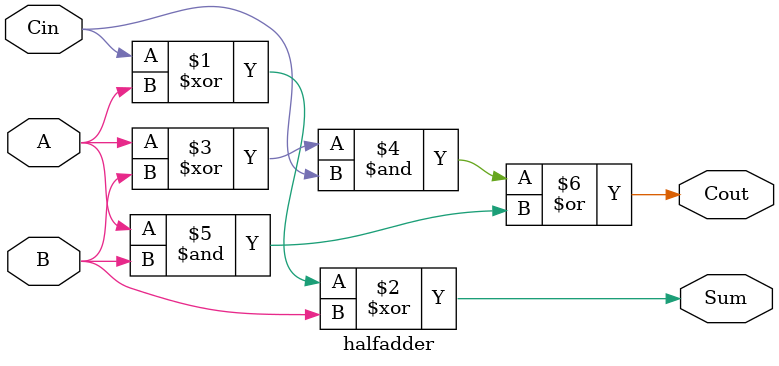
<source format=sv>
`timescale 1ns / 1ps


module halfadder(
    input wire A,
    input wire B,
    input wire Cin,
    output wire Sum,
    output wire Cout
    );
    assign Sum = Cin ^ A ^ B;
    assign Cout = (A ^ B) & Cin | (A & B);
    
endmodule

</source>
